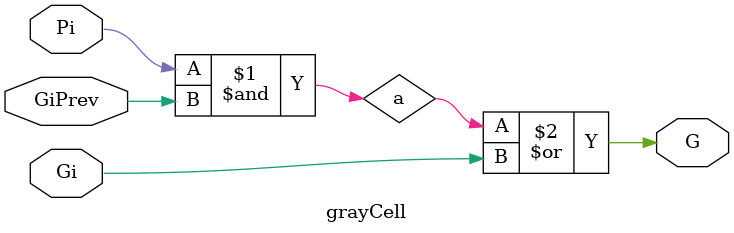
<source format=sv>
module grayCell (
    output logic G,  // Output Generate signal
    input logic Gi,  // Generate signal of ith stage
    input logic Pi,  // Propagate signal of ith stage
    input logic GiPrev  // Generate signal of previous stage
);
  wire a;
  and (a, Pi, GiPrev);
  or  (G, a, Gi);
endmodule

</source>
